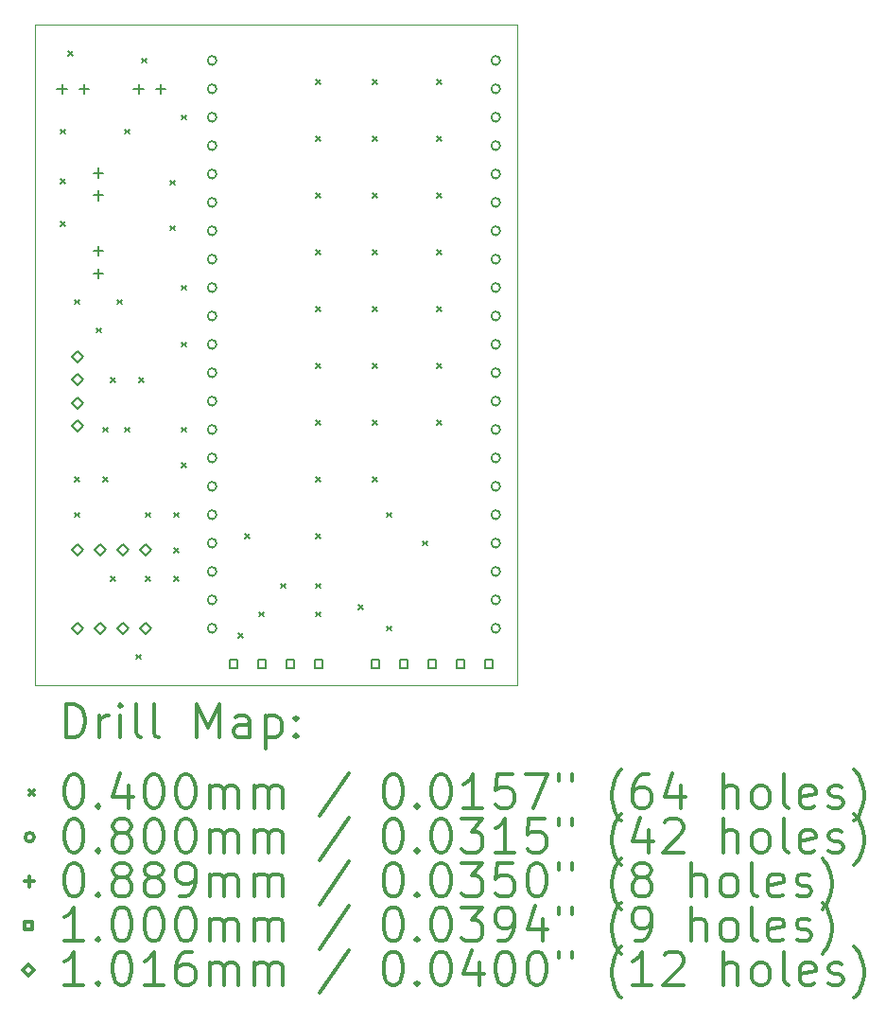
<source format=gbr>
%FSLAX45Y45*%
G04 Gerber Fmt 4.5, Leading zero omitted, Abs format (unit mm)*
G04 Created by KiCad (PCBNEW 5.1.10) date 2021-12-13 09:12:46*
%MOMM*%
%LPD*%
G01*
G04 APERTURE LIST*
%TA.AperFunction,Profile*%
%ADD10C,0.100000*%
%TD*%
%ADD11C,0.200000*%
%ADD12C,0.300000*%
G04 APERTURE END LIST*
D10*
X17208500Y-11303000D02*
X17208500Y-5397500D01*
X12890500Y-11303000D02*
X17208500Y-11303000D01*
X12890500Y-5397500D02*
X12890500Y-11303000D01*
X17208500Y-5397500D02*
X12890500Y-5397500D01*
D11*
X13124500Y-6330000D02*
X13164500Y-6370000D01*
X13164500Y-6330000D02*
X13124500Y-6370000D01*
X13124500Y-6774500D02*
X13164500Y-6814500D01*
X13164500Y-6774500D02*
X13124500Y-6814500D01*
X13124500Y-7155500D02*
X13164500Y-7195500D01*
X13164500Y-7155500D02*
X13124500Y-7195500D01*
X13188000Y-5631500D02*
X13228000Y-5671500D01*
X13228000Y-5631500D02*
X13188000Y-5671500D01*
X13251500Y-7854000D02*
X13291500Y-7894000D01*
X13291500Y-7854000D02*
X13251500Y-7894000D01*
X13251500Y-9441500D02*
X13291500Y-9481500D01*
X13291500Y-9441500D02*
X13251500Y-9481500D01*
X13251500Y-9759000D02*
X13291500Y-9799000D01*
X13291500Y-9759000D02*
X13251500Y-9799000D01*
X13442000Y-8108000D02*
X13482000Y-8148000D01*
X13482000Y-8108000D02*
X13442000Y-8148000D01*
X13505500Y-8997000D02*
X13545500Y-9037000D01*
X13545500Y-8997000D02*
X13505500Y-9037000D01*
X13505500Y-9441500D02*
X13545500Y-9481500D01*
X13545500Y-9441500D02*
X13505500Y-9481500D01*
X13569000Y-8552500D02*
X13609000Y-8592500D01*
X13609000Y-8552500D02*
X13569000Y-8592500D01*
X13569000Y-10330500D02*
X13609000Y-10370500D01*
X13609000Y-10330500D02*
X13569000Y-10370500D01*
X13632500Y-7854000D02*
X13672500Y-7894000D01*
X13672500Y-7854000D02*
X13632500Y-7894000D01*
X13696000Y-6330000D02*
X13736000Y-6370000D01*
X13736000Y-6330000D02*
X13696000Y-6370000D01*
X13696000Y-8997000D02*
X13736000Y-9037000D01*
X13736000Y-8997000D02*
X13696000Y-9037000D01*
X13797600Y-11029000D02*
X13837600Y-11069000D01*
X13837600Y-11029000D02*
X13797600Y-11069000D01*
X13823000Y-8552500D02*
X13863000Y-8592500D01*
X13863000Y-8552500D02*
X13823000Y-8592500D01*
X13848400Y-5695000D02*
X13888400Y-5735000D01*
X13888400Y-5695000D02*
X13848400Y-5735000D01*
X13886500Y-9759000D02*
X13926500Y-9799000D01*
X13926500Y-9759000D02*
X13886500Y-9799000D01*
X13886500Y-10330500D02*
X13926500Y-10370500D01*
X13926500Y-10330500D02*
X13886500Y-10370500D01*
X14102400Y-6787200D02*
X14142400Y-6827200D01*
X14142400Y-6787200D02*
X14102400Y-6827200D01*
X14102400Y-7193600D02*
X14142400Y-7233600D01*
X14142400Y-7193600D02*
X14102400Y-7233600D01*
X14140500Y-9759000D02*
X14180500Y-9799000D01*
X14180500Y-9759000D02*
X14140500Y-9799000D01*
X14140500Y-10076500D02*
X14180500Y-10116500D01*
X14180500Y-10076500D02*
X14140500Y-10116500D01*
X14140500Y-10330500D02*
X14180500Y-10370500D01*
X14180500Y-10330500D02*
X14140500Y-10370500D01*
X14204000Y-6203000D02*
X14244000Y-6243000D01*
X14244000Y-6203000D02*
X14204000Y-6243000D01*
X14204000Y-7727000D02*
X14244000Y-7767000D01*
X14244000Y-7727000D02*
X14204000Y-7767000D01*
X14204000Y-8235000D02*
X14244000Y-8275000D01*
X14244000Y-8235000D02*
X14204000Y-8275000D01*
X14204000Y-8997000D02*
X14244000Y-9037000D01*
X14244000Y-8997000D02*
X14204000Y-9037000D01*
X14204000Y-9314500D02*
X14244000Y-9354500D01*
X14244000Y-9314500D02*
X14204000Y-9354500D01*
X14712000Y-10838500D02*
X14752000Y-10878500D01*
X14752000Y-10838500D02*
X14712000Y-10878500D01*
X14775500Y-9949500D02*
X14815500Y-9989500D01*
X14815500Y-9949500D02*
X14775500Y-9989500D01*
X14902500Y-10648000D02*
X14942500Y-10688000D01*
X14942500Y-10648000D02*
X14902500Y-10688000D01*
X15093000Y-10394000D02*
X15133000Y-10434000D01*
X15133000Y-10394000D02*
X15093000Y-10434000D01*
X15410500Y-5885500D02*
X15450500Y-5925500D01*
X15450500Y-5885500D02*
X15410500Y-5925500D01*
X15410500Y-6393500D02*
X15450500Y-6433500D01*
X15450500Y-6393500D02*
X15410500Y-6433500D01*
X15410500Y-6901500D02*
X15450500Y-6941500D01*
X15450500Y-6901500D02*
X15410500Y-6941500D01*
X15410500Y-7409500D02*
X15450500Y-7449500D01*
X15450500Y-7409500D02*
X15410500Y-7449500D01*
X15410500Y-7917500D02*
X15450500Y-7957500D01*
X15450500Y-7917500D02*
X15410500Y-7957500D01*
X15410500Y-8425500D02*
X15450500Y-8465500D01*
X15450500Y-8425500D02*
X15410500Y-8465500D01*
X15410500Y-8933500D02*
X15450500Y-8973500D01*
X15450500Y-8933500D02*
X15410500Y-8973500D01*
X15410500Y-9441500D02*
X15450500Y-9481500D01*
X15450500Y-9441500D02*
X15410500Y-9481500D01*
X15410500Y-9949500D02*
X15450500Y-9989500D01*
X15450500Y-9949500D02*
X15410500Y-9989500D01*
X15410500Y-10394000D02*
X15450500Y-10434000D01*
X15450500Y-10394000D02*
X15410500Y-10434000D01*
X15410500Y-10648000D02*
X15450500Y-10688000D01*
X15450500Y-10648000D02*
X15410500Y-10688000D01*
X15791500Y-10584500D02*
X15831500Y-10624500D01*
X15831500Y-10584500D02*
X15791500Y-10624500D01*
X15918500Y-5885500D02*
X15958500Y-5925500D01*
X15958500Y-5885500D02*
X15918500Y-5925500D01*
X15918500Y-6393500D02*
X15958500Y-6433500D01*
X15958500Y-6393500D02*
X15918500Y-6433500D01*
X15918500Y-6901500D02*
X15958500Y-6941500D01*
X15958500Y-6901500D02*
X15918500Y-6941500D01*
X15918500Y-7409500D02*
X15958500Y-7449500D01*
X15958500Y-7409500D02*
X15918500Y-7449500D01*
X15918500Y-7917500D02*
X15958500Y-7957500D01*
X15958500Y-7917500D02*
X15918500Y-7957500D01*
X15918500Y-8425500D02*
X15958500Y-8465500D01*
X15958500Y-8425500D02*
X15918500Y-8465500D01*
X15918500Y-8933500D02*
X15958500Y-8973500D01*
X15958500Y-8933500D02*
X15918500Y-8973500D01*
X15918500Y-9441500D02*
X15958500Y-9481500D01*
X15958500Y-9441500D02*
X15918500Y-9481500D01*
X16045500Y-9759000D02*
X16085500Y-9799000D01*
X16085500Y-9759000D02*
X16045500Y-9799000D01*
X16045500Y-10775000D02*
X16085500Y-10815000D01*
X16085500Y-10775000D02*
X16045500Y-10815000D01*
X16363000Y-10013000D02*
X16403000Y-10053000D01*
X16403000Y-10013000D02*
X16363000Y-10053000D01*
X16490000Y-5885500D02*
X16530000Y-5925500D01*
X16530000Y-5885500D02*
X16490000Y-5925500D01*
X16490000Y-6393500D02*
X16530000Y-6433500D01*
X16530000Y-6393500D02*
X16490000Y-6433500D01*
X16490000Y-6901500D02*
X16530000Y-6941500D01*
X16530000Y-6901500D02*
X16490000Y-6941500D01*
X16490000Y-7409500D02*
X16530000Y-7449500D01*
X16530000Y-7409500D02*
X16490000Y-7449500D01*
X16490000Y-7917500D02*
X16530000Y-7957500D01*
X16530000Y-7917500D02*
X16490000Y-7957500D01*
X16490000Y-8425500D02*
X16530000Y-8465500D01*
X16530000Y-8425500D02*
X16490000Y-8465500D01*
X16490000Y-8933500D02*
X16530000Y-8973500D01*
X16530000Y-8933500D02*
X16490000Y-8973500D01*
X14518368Y-5715272D02*
G75*
G03*
X14518368Y-5715272I-40000J0D01*
G01*
X14518368Y-5969272D02*
G75*
G03*
X14518368Y-5969272I-40000J0D01*
G01*
X14518368Y-6223272D02*
G75*
G03*
X14518368Y-6223272I-40000J0D01*
G01*
X14518368Y-6477272D02*
G75*
G03*
X14518368Y-6477272I-40000J0D01*
G01*
X14518368Y-6731272D02*
G75*
G03*
X14518368Y-6731272I-40000J0D01*
G01*
X14518368Y-6985272D02*
G75*
G03*
X14518368Y-6985272I-40000J0D01*
G01*
X14518368Y-7239272D02*
G75*
G03*
X14518368Y-7239272I-40000J0D01*
G01*
X14518368Y-7493272D02*
G75*
G03*
X14518368Y-7493272I-40000J0D01*
G01*
X14518368Y-7747272D02*
G75*
G03*
X14518368Y-7747272I-40000J0D01*
G01*
X14518368Y-8001272D02*
G75*
G03*
X14518368Y-8001272I-40000J0D01*
G01*
X14518368Y-8255272D02*
G75*
G03*
X14518368Y-8255272I-40000J0D01*
G01*
X14518368Y-8509272D02*
G75*
G03*
X14518368Y-8509272I-40000J0D01*
G01*
X14518368Y-8763272D02*
G75*
G03*
X14518368Y-8763272I-40000J0D01*
G01*
X14518368Y-9017272D02*
G75*
G03*
X14518368Y-9017272I-40000J0D01*
G01*
X14518368Y-9271272D02*
G75*
G03*
X14518368Y-9271272I-40000J0D01*
G01*
X14518368Y-9525272D02*
G75*
G03*
X14518368Y-9525272I-40000J0D01*
G01*
X14518368Y-9779272D02*
G75*
G03*
X14518368Y-9779272I-40000J0D01*
G01*
X14518368Y-10033272D02*
G75*
G03*
X14518368Y-10033272I-40000J0D01*
G01*
X14518368Y-10287272D02*
G75*
G03*
X14518368Y-10287272I-40000J0D01*
G01*
X14518368Y-10541272D02*
G75*
G03*
X14518368Y-10541272I-40000J0D01*
G01*
X14518368Y-10795272D02*
G75*
G03*
X14518368Y-10795272I-40000J0D01*
G01*
X17058368Y-5715272D02*
G75*
G03*
X17058368Y-5715272I-40000J0D01*
G01*
X17058368Y-5969272D02*
G75*
G03*
X17058368Y-5969272I-40000J0D01*
G01*
X17058368Y-6223272D02*
G75*
G03*
X17058368Y-6223272I-40000J0D01*
G01*
X17058368Y-6477272D02*
G75*
G03*
X17058368Y-6477272I-40000J0D01*
G01*
X17058368Y-6731272D02*
G75*
G03*
X17058368Y-6731272I-40000J0D01*
G01*
X17058368Y-6985272D02*
G75*
G03*
X17058368Y-6985272I-40000J0D01*
G01*
X17058368Y-7239272D02*
G75*
G03*
X17058368Y-7239272I-40000J0D01*
G01*
X17058368Y-7493272D02*
G75*
G03*
X17058368Y-7493272I-40000J0D01*
G01*
X17058368Y-7747272D02*
G75*
G03*
X17058368Y-7747272I-40000J0D01*
G01*
X17058368Y-8001272D02*
G75*
G03*
X17058368Y-8001272I-40000J0D01*
G01*
X17058368Y-8255272D02*
G75*
G03*
X17058368Y-8255272I-40000J0D01*
G01*
X17058368Y-8509272D02*
G75*
G03*
X17058368Y-8509272I-40000J0D01*
G01*
X17058368Y-8763272D02*
G75*
G03*
X17058368Y-8763272I-40000J0D01*
G01*
X17058368Y-9017272D02*
G75*
G03*
X17058368Y-9017272I-40000J0D01*
G01*
X17058368Y-9271272D02*
G75*
G03*
X17058368Y-9271272I-40000J0D01*
G01*
X17058368Y-9525272D02*
G75*
G03*
X17058368Y-9525272I-40000J0D01*
G01*
X17058368Y-9779272D02*
G75*
G03*
X17058368Y-9779272I-40000J0D01*
G01*
X17058368Y-10033272D02*
G75*
G03*
X17058368Y-10033272I-40000J0D01*
G01*
X17058368Y-10287272D02*
G75*
G03*
X17058368Y-10287272I-40000J0D01*
G01*
X17058368Y-10541272D02*
G75*
G03*
X17058368Y-10541272I-40000J0D01*
G01*
X17058368Y-10795272D02*
G75*
G03*
X17058368Y-10795272I-40000J0D01*
G01*
X13135000Y-5924550D02*
X13135000Y-6013450D01*
X13090550Y-5969000D02*
X13179450Y-5969000D01*
X13335000Y-5924550D02*
X13335000Y-6013450D01*
X13290550Y-5969000D02*
X13379450Y-5969000D01*
X13462000Y-6677050D02*
X13462000Y-6765950D01*
X13417550Y-6721500D02*
X13506450Y-6721500D01*
X13462000Y-6877050D02*
X13462000Y-6965950D01*
X13417550Y-6921500D02*
X13506450Y-6921500D01*
X13462000Y-7375550D02*
X13462000Y-7464450D01*
X13417550Y-7420000D02*
X13506450Y-7420000D01*
X13462000Y-7575550D02*
X13462000Y-7664450D01*
X13417550Y-7620000D02*
X13506450Y-7620000D01*
X13820800Y-5924550D02*
X13820800Y-6013450D01*
X13776350Y-5969000D02*
X13865250Y-5969000D01*
X14020800Y-5924550D02*
X14020800Y-6013450D01*
X13976350Y-5969000D02*
X14065250Y-5969000D01*
X14703856Y-11147856D02*
X14703856Y-11077144D01*
X14633144Y-11077144D01*
X14633144Y-11147856D01*
X14703856Y-11147856D01*
X14957856Y-11147856D02*
X14957856Y-11077144D01*
X14887144Y-11077144D01*
X14887144Y-11147856D01*
X14957856Y-11147856D01*
X15211856Y-11147856D02*
X15211856Y-11077144D01*
X15141144Y-11077144D01*
X15141144Y-11147856D01*
X15211856Y-11147856D01*
X15465856Y-11147856D02*
X15465856Y-11077144D01*
X15395144Y-11077144D01*
X15395144Y-11147856D01*
X15465856Y-11147856D01*
X15973856Y-11147856D02*
X15973856Y-11077144D01*
X15903144Y-11077144D01*
X15903144Y-11147856D01*
X15973856Y-11147856D01*
X16227856Y-11147856D02*
X16227856Y-11077144D01*
X16157144Y-11077144D01*
X16157144Y-11147856D01*
X16227856Y-11147856D01*
X16481856Y-11147856D02*
X16481856Y-11077144D01*
X16411144Y-11077144D01*
X16411144Y-11147856D01*
X16481856Y-11147856D01*
X16735856Y-11147856D02*
X16735856Y-11077144D01*
X16665144Y-11077144D01*
X16665144Y-11147856D01*
X16735856Y-11147856D01*
X16989856Y-11147856D02*
X16989856Y-11077144D01*
X16919144Y-11077144D01*
X16919144Y-11147856D01*
X16989856Y-11147856D01*
X13271500Y-8418300D02*
X13322300Y-8367500D01*
X13271500Y-8316700D01*
X13220700Y-8367500D01*
X13271500Y-8418300D01*
X13271500Y-8623300D02*
X13322300Y-8572500D01*
X13271500Y-8521700D01*
X13220700Y-8572500D01*
X13271500Y-8623300D01*
X13271500Y-8828300D02*
X13322300Y-8777500D01*
X13271500Y-8726700D01*
X13220700Y-8777500D01*
X13271500Y-8828300D01*
X13271500Y-9033300D02*
X13322300Y-8982500D01*
X13271500Y-8931700D01*
X13220700Y-8982500D01*
X13271500Y-9033300D01*
X13271500Y-10147300D02*
X13322300Y-10096500D01*
X13271500Y-10045700D01*
X13220700Y-10096500D01*
X13271500Y-10147300D01*
X13271500Y-10845800D02*
X13322300Y-10795000D01*
X13271500Y-10744200D01*
X13220700Y-10795000D01*
X13271500Y-10845800D01*
X13476500Y-10147300D02*
X13527300Y-10096500D01*
X13476500Y-10045700D01*
X13425700Y-10096500D01*
X13476500Y-10147300D01*
X13476500Y-10845800D02*
X13527300Y-10795000D01*
X13476500Y-10744200D01*
X13425700Y-10795000D01*
X13476500Y-10845800D01*
X13681500Y-10147300D02*
X13732300Y-10096500D01*
X13681500Y-10045700D01*
X13630700Y-10096500D01*
X13681500Y-10147300D01*
X13681500Y-10845800D02*
X13732300Y-10795000D01*
X13681500Y-10744200D01*
X13630700Y-10795000D01*
X13681500Y-10845800D01*
X13886500Y-10147300D02*
X13937300Y-10096500D01*
X13886500Y-10045700D01*
X13835700Y-10096500D01*
X13886500Y-10147300D01*
X13886500Y-10845800D02*
X13937300Y-10795000D01*
X13886500Y-10744200D01*
X13835700Y-10795000D01*
X13886500Y-10845800D01*
D12*
X13171928Y-11773714D02*
X13171928Y-11473714D01*
X13243357Y-11473714D01*
X13286214Y-11488000D01*
X13314786Y-11516571D01*
X13329071Y-11545143D01*
X13343357Y-11602286D01*
X13343357Y-11645143D01*
X13329071Y-11702286D01*
X13314786Y-11730857D01*
X13286214Y-11759429D01*
X13243357Y-11773714D01*
X13171928Y-11773714D01*
X13471928Y-11773714D02*
X13471928Y-11573714D01*
X13471928Y-11630857D02*
X13486214Y-11602286D01*
X13500500Y-11588000D01*
X13529071Y-11573714D01*
X13557643Y-11573714D01*
X13657643Y-11773714D02*
X13657643Y-11573714D01*
X13657643Y-11473714D02*
X13643357Y-11488000D01*
X13657643Y-11502286D01*
X13671928Y-11488000D01*
X13657643Y-11473714D01*
X13657643Y-11502286D01*
X13843357Y-11773714D02*
X13814786Y-11759429D01*
X13800500Y-11730857D01*
X13800500Y-11473714D01*
X14000500Y-11773714D02*
X13971928Y-11759429D01*
X13957643Y-11730857D01*
X13957643Y-11473714D01*
X14343357Y-11773714D02*
X14343357Y-11473714D01*
X14443357Y-11688000D01*
X14543357Y-11473714D01*
X14543357Y-11773714D01*
X14814786Y-11773714D02*
X14814786Y-11616571D01*
X14800500Y-11588000D01*
X14771928Y-11573714D01*
X14714786Y-11573714D01*
X14686214Y-11588000D01*
X14814786Y-11759429D02*
X14786214Y-11773714D01*
X14714786Y-11773714D01*
X14686214Y-11759429D01*
X14671928Y-11730857D01*
X14671928Y-11702286D01*
X14686214Y-11673714D01*
X14714786Y-11659429D01*
X14786214Y-11659429D01*
X14814786Y-11645143D01*
X14957643Y-11573714D02*
X14957643Y-11873714D01*
X14957643Y-11588000D02*
X14986214Y-11573714D01*
X15043357Y-11573714D01*
X15071928Y-11588000D01*
X15086214Y-11602286D01*
X15100500Y-11630857D01*
X15100500Y-11716571D01*
X15086214Y-11745143D01*
X15071928Y-11759429D01*
X15043357Y-11773714D01*
X14986214Y-11773714D01*
X14957643Y-11759429D01*
X15229071Y-11745143D02*
X15243357Y-11759429D01*
X15229071Y-11773714D01*
X15214786Y-11759429D01*
X15229071Y-11745143D01*
X15229071Y-11773714D01*
X15229071Y-11588000D02*
X15243357Y-11602286D01*
X15229071Y-11616571D01*
X15214786Y-11602286D01*
X15229071Y-11588000D01*
X15229071Y-11616571D01*
X12845500Y-12248000D02*
X12885500Y-12288000D01*
X12885500Y-12248000D02*
X12845500Y-12288000D01*
X13229071Y-12103714D02*
X13257643Y-12103714D01*
X13286214Y-12118000D01*
X13300500Y-12132286D01*
X13314786Y-12160857D01*
X13329071Y-12218000D01*
X13329071Y-12289429D01*
X13314786Y-12346571D01*
X13300500Y-12375143D01*
X13286214Y-12389429D01*
X13257643Y-12403714D01*
X13229071Y-12403714D01*
X13200500Y-12389429D01*
X13186214Y-12375143D01*
X13171928Y-12346571D01*
X13157643Y-12289429D01*
X13157643Y-12218000D01*
X13171928Y-12160857D01*
X13186214Y-12132286D01*
X13200500Y-12118000D01*
X13229071Y-12103714D01*
X13457643Y-12375143D02*
X13471928Y-12389429D01*
X13457643Y-12403714D01*
X13443357Y-12389429D01*
X13457643Y-12375143D01*
X13457643Y-12403714D01*
X13729071Y-12203714D02*
X13729071Y-12403714D01*
X13657643Y-12089429D02*
X13586214Y-12303714D01*
X13771928Y-12303714D01*
X13943357Y-12103714D02*
X13971928Y-12103714D01*
X14000500Y-12118000D01*
X14014786Y-12132286D01*
X14029071Y-12160857D01*
X14043357Y-12218000D01*
X14043357Y-12289429D01*
X14029071Y-12346571D01*
X14014786Y-12375143D01*
X14000500Y-12389429D01*
X13971928Y-12403714D01*
X13943357Y-12403714D01*
X13914786Y-12389429D01*
X13900500Y-12375143D01*
X13886214Y-12346571D01*
X13871928Y-12289429D01*
X13871928Y-12218000D01*
X13886214Y-12160857D01*
X13900500Y-12132286D01*
X13914786Y-12118000D01*
X13943357Y-12103714D01*
X14229071Y-12103714D02*
X14257643Y-12103714D01*
X14286214Y-12118000D01*
X14300500Y-12132286D01*
X14314786Y-12160857D01*
X14329071Y-12218000D01*
X14329071Y-12289429D01*
X14314786Y-12346571D01*
X14300500Y-12375143D01*
X14286214Y-12389429D01*
X14257643Y-12403714D01*
X14229071Y-12403714D01*
X14200500Y-12389429D01*
X14186214Y-12375143D01*
X14171928Y-12346571D01*
X14157643Y-12289429D01*
X14157643Y-12218000D01*
X14171928Y-12160857D01*
X14186214Y-12132286D01*
X14200500Y-12118000D01*
X14229071Y-12103714D01*
X14457643Y-12403714D02*
X14457643Y-12203714D01*
X14457643Y-12232286D02*
X14471928Y-12218000D01*
X14500500Y-12203714D01*
X14543357Y-12203714D01*
X14571928Y-12218000D01*
X14586214Y-12246571D01*
X14586214Y-12403714D01*
X14586214Y-12246571D02*
X14600500Y-12218000D01*
X14629071Y-12203714D01*
X14671928Y-12203714D01*
X14700500Y-12218000D01*
X14714786Y-12246571D01*
X14714786Y-12403714D01*
X14857643Y-12403714D02*
X14857643Y-12203714D01*
X14857643Y-12232286D02*
X14871928Y-12218000D01*
X14900500Y-12203714D01*
X14943357Y-12203714D01*
X14971928Y-12218000D01*
X14986214Y-12246571D01*
X14986214Y-12403714D01*
X14986214Y-12246571D02*
X15000500Y-12218000D01*
X15029071Y-12203714D01*
X15071928Y-12203714D01*
X15100500Y-12218000D01*
X15114786Y-12246571D01*
X15114786Y-12403714D01*
X15700500Y-12089429D02*
X15443357Y-12475143D01*
X16086214Y-12103714D02*
X16114786Y-12103714D01*
X16143357Y-12118000D01*
X16157643Y-12132286D01*
X16171928Y-12160857D01*
X16186214Y-12218000D01*
X16186214Y-12289429D01*
X16171928Y-12346571D01*
X16157643Y-12375143D01*
X16143357Y-12389429D01*
X16114786Y-12403714D01*
X16086214Y-12403714D01*
X16057643Y-12389429D01*
X16043357Y-12375143D01*
X16029071Y-12346571D01*
X16014786Y-12289429D01*
X16014786Y-12218000D01*
X16029071Y-12160857D01*
X16043357Y-12132286D01*
X16057643Y-12118000D01*
X16086214Y-12103714D01*
X16314786Y-12375143D02*
X16329071Y-12389429D01*
X16314786Y-12403714D01*
X16300500Y-12389429D01*
X16314786Y-12375143D01*
X16314786Y-12403714D01*
X16514786Y-12103714D02*
X16543357Y-12103714D01*
X16571928Y-12118000D01*
X16586214Y-12132286D01*
X16600500Y-12160857D01*
X16614786Y-12218000D01*
X16614786Y-12289429D01*
X16600500Y-12346571D01*
X16586214Y-12375143D01*
X16571928Y-12389429D01*
X16543357Y-12403714D01*
X16514786Y-12403714D01*
X16486214Y-12389429D01*
X16471928Y-12375143D01*
X16457643Y-12346571D01*
X16443357Y-12289429D01*
X16443357Y-12218000D01*
X16457643Y-12160857D01*
X16471928Y-12132286D01*
X16486214Y-12118000D01*
X16514786Y-12103714D01*
X16900500Y-12403714D02*
X16729071Y-12403714D01*
X16814786Y-12403714D02*
X16814786Y-12103714D01*
X16786214Y-12146571D01*
X16757643Y-12175143D01*
X16729071Y-12189429D01*
X17171928Y-12103714D02*
X17029071Y-12103714D01*
X17014786Y-12246571D01*
X17029071Y-12232286D01*
X17057643Y-12218000D01*
X17129071Y-12218000D01*
X17157643Y-12232286D01*
X17171928Y-12246571D01*
X17186214Y-12275143D01*
X17186214Y-12346571D01*
X17171928Y-12375143D01*
X17157643Y-12389429D01*
X17129071Y-12403714D01*
X17057643Y-12403714D01*
X17029071Y-12389429D01*
X17014786Y-12375143D01*
X17286214Y-12103714D02*
X17486214Y-12103714D01*
X17357643Y-12403714D01*
X17586214Y-12103714D02*
X17586214Y-12160857D01*
X17700500Y-12103714D02*
X17700500Y-12160857D01*
X18143357Y-12518000D02*
X18129071Y-12503714D01*
X18100500Y-12460857D01*
X18086214Y-12432286D01*
X18071928Y-12389429D01*
X18057643Y-12318000D01*
X18057643Y-12260857D01*
X18071928Y-12189429D01*
X18086214Y-12146571D01*
X18100500Y-12118000D01*
X18129071Y-12075143D01*
X18143357Y-12060857D01*
X18386214Y-12103714D02*
X18329071Y-12103714D01*
X18300500Y-12118000D01*
X18286214Y-12132286D01*
X18257643Y-12175143D01*
X18243357Y-12232286D01*
X18243357Y-12346571D01*
X18257643Y-12375143D01*
X18271928Y-12389429D01*
X18300500Y-12403714D01*
X18357643Y-12403714D01*
X18386214Y-12389429D01*
X18400500Y-12375143D01*
X18414786Y-12346571D01*
X18414786Y-12275143D01*
X18400500Y-12246571D01*
X18386214Y-12232286D01*
X18357643Y-12218000D01*
X18300500Y-12218000D01*
X18271928Y-12232286D01*
X18257643Y-12246571D01*
X18243357Y-12275143D01*
X18671928Y-12203714D02*
X18671928Y-12403714D01*
X18600500Y-12089429D02*
X18529071Y-12303714D01*
X18714786Y-12303714D01*
X19057643Y-12403714D02*
X19057643Y-12103714D01*
X19186214Y-12403714D02*
X19186214Y-12246571D01*
X19171928Y-12218000D01*
X19143357Y-12203714D01*
X19100500Y-12203714D01*
X19071928Y-12218000D01*
X19057643Y-12232286D01*
X19371928Y-12403714D02*
X19343357Y-12389429D01*
X19329071Y-12375143D01*
X19314786Y-12346571D01*
X19314786Y-12260857D01*
X19329071Y-12232286D01*
X19343357Y-12218000D01*
X19371928Y-12203714D01*
X19414786Y-12203714D01*
X19443357Y-12218000D01*
X19457643Y-12232286D01*
X19471928Y-12260857D01*
X19471928Y-12346571D01*
X19457643Y-12375143D01*
X19443357Y-12389429D01*
X19414786Y-12403714D01*
X19371928Y-12403714D01*
X19643357Y-12403714D02*
X19614786Y-12389429D01*
X19600500Y-12360857D01*
X19600500Y-12103714D01*
X19871928Y-12389429D02*
X19843357Y-12403714D01*
X19786214Y-12403714D01*
X19757643Y-12389429D01*
X19743357Y-12360857D01*
X19743357Y-12246571D01*
X19757643Y-12218000D01*
X19786214Y-12203714D01*
X19843357Y-12203714D01*
X19871928Y-12218000D01*
X19886214Y-12246571D01*
X19886214Y-12275143D01*
X19743357Y-12303714D01*
X20000500Y-12389429D02*
X20029071Y-12403714D01*
X20086214Y-12403714D01*
X20114786Y-12389429D01*
X20129071Y-12360857D01*
X20129071Y-12346571D01*
X20114786Y-12318000D01*
X20086214Y-12303714D01*
X20043357Y-12303714D01*
X20014786Y-12289429D01*
X20000500Y-12260857D01*
X20000500Y-12246571D01*
X20014786Y-12218000D01*
X20043357Y-12203714D01*
X20086214Y-12203714D01*
X20114786Y-12218000D01*
X20229071Y-12518000D02*
X20243357Y-12503714D01*
X20271928Y-12460857D01*
X20286214Y-12432286D01*
X20300500Y-12389429D01*
X20314786Y-12318000D01*
X20314786Y-12260857D01*
X20300500Y-12189429D01*
X20286214Y-12146571D01*
X20271928Y-12118000D01*
X20243357Y-12075143D01*
X20229071Y-12060857D01*
X12885500Y-12664000D02*
G75*
G03*
X12885500Y-12664000I-40000J0D01*
G01*
X13229071Y-12499714D02*
X13257643Y-12499714D01*
X13286214Y-12514000D01*
X13300500Y-12528286D01*
X13314786Y-12556857D01*
X13329071Y-12614000D01*
X13329071Y-12685429D01*
X13314786Y-12742571D01*
X13300500Y-12771143D01*
X13286214Y-12785429D01*
X13257643Y-12799714D01*
X13229071Y-12799714D01*
X13200500Y-12785429D01*
X13186214Y-12771143D01*
X13171928Y-12742571D01*
X13157643Y-12685429D01*
X13157643Y-12614000D01*
X13171928Y-12556857D01*
X13186214Y-12528286D01*
X13200500Y-12514000D01*
X13229071Y-12499714D01*
X13457643Y-12771143D02*
X13471928Y-12785429D01*
X13457643Y-12799714D01*
X13443357Y-12785429D01*
X13457643Y-12771143D01*
X13457643Y-12799714D01*
X13643357Y-12628286D02*
X13614786Y-12614000D01*
X13600500Y-12599714D01*
X13586214Y-12571143D01*
X13586214Y-12556857D01*
X13600500Y-12528286D01*
X13614786Y-12514000D01*
X13643357Y-12499714D01*
X13700500Y-12499714D01*
X13729071Y-12514000D01*
X13743357Y-12528286D01*
X13757643Y-12556857D01*
X13757643Y-12571143D01*
X13743357Y-12599714D01*
X13729071Y-12614000D01*
X13700500Y-12628286D01*
X13643357Y-12628286D01*
X13614786Y-12642571D01*
X13600500Y-12656857D01*
X13586214Y-12685429D01*
X13586214Y-12742571D01*
X13600500Y-12771143D01*
X13614786Y-12785429D01*
X13643357Y-12799714D01*
X13700500Y-12799714D01*
X13729071Y-12785429D01*
X13743357Y-12771143D01*
X13757643Y-12742571D01*
X13757643Y-12685429D01*
X13743357Y-12656857D01*
X13729071Y-12642571D01*
X13700500Y-12628286D01*
X13943357Y-12499714D02*
X13971928Y-12499714D01*
X14000500Y-12514000D01*
X14014786Y-12528286D01*
X14029071Y-12556857D01*
X14043357Y-12614000D01*
X14043357Y-12685429D01*
X14029071Y-12742571D01*
X14014786Y-12771143D01*
X14000500Y-12785429D01*
X13971928Y-12799714D01*
X13943357Y-12799714D01*
X13914786Y-12785429D01*
X13900500Y-12771143D01*
X13886214Y-12742571D01*
X13871928Y-12685429D01*
X13871928Y-12614000D01*
X13886214Y-12556857D01*
X13900500Y-12528286D01*
X13914786Y-12514000D01*
X13943357Y-12499714D01*
X14229071Y-12499714D02*
X14257643Y-12499714D01*
X14286214Y-12514000D01*
X14300500Y-12528286D01*
X14314786Y-12556857D01*
X14329071Y-12614000D01*
X14329071Y-12685429D01*
X14314786Y-12742571D01*
X14300500Y-12771143D01*
X14286214Y-12785429D01*
X14257643Y-12799714D01*
X14229071Y-12799714D01*
X14200500Y-12785429D01*
X14186214Y-12771143D01*
X14171928Y-12742571D01*
X14157643Y-12685429D01*
X14157643Y-12614000D01*
X14171928Y-12556857D01*
X14186214Y-12528286D01*
X14200500Y-12514000D01*
X14229071Y-12499714D01*
X14457643Y-12799714D02*
X14457643Y-12599714D01*
X14457643Y-12628286D02*
X14471928Y-12614000D01*
X14500500Y-12599714D01*
X14543357Y-12599714D01*
X14571928Y-12614000D01*
X14586214Y-12642571D01*
X14586214Y-12799714D01*
X14586214Y-12642571D02*
X14600500Y-12614000D01*
X14629071Y-12599714D01*
X14671928Y-12599714D01*
X14700500Y-12614000D01*
X14714786Y-12642571D01*
X14714786Y-12799714D01*
X14857643Y-12799714D02*
X14857643Y-12599714D01*
X14857643Y-12628286D02*
X14871928Y-12614000D01*
X14900500Y-12599714D01*
X14943357Y-12599714D01*
X14971928Y-12614000D01*
X14986214Y-12642571D01*
X14986214Y-12799714D01*
X14986214Y-12642571D02*
X15000500Y-12614000D01*
X15029071Y-12599714D01*
X15071928Y-12599714D01*
X15100500Y-12614000D01*
X15114786Y-12642571D01*
X15114786Y-12799714D01*
X15700500Y-12485429D02*
X15443357Y-12871143D01*
X16086214Y-12499714D02*
X16114786Y-12499714D01*
X16143357Y-12514000D01*
X16157643Y-12528286D01*
X16171928Y-12556857D01*
X16186214Y-12614000D01*
X16186214Y-12685429D01*
X16171928Y-12742571D01*
X16157643Y-12771143D01*
X16143357Y-12785429D01*
X16114786Y-12799714D01*
X16086214Y-12799714D01*
X16057643Y-12785429D01*
X16043357Y-12771143D01*
X16029071Y-12742571D01*
X16014786Y-12685429D01*
X16014786Y-12614000D01*
X16029071Y-12556857D01*
X16043357Y-12528286D01*
X16057643Y-12514000D01*
X16086214Y-12499714D01*
X16314786Y-12771143D02*
X16329071Y-12785429D01*
X16314786Y-12799714D01*
X16300500Y-12785429D01*
X16314786Y-12771143D01*
X16314786Y-12799714D01*
X16514786Y-12499714D02*
X16543357Y-12499714D01*
X16571928Y-12514000D01*
X16586214Y-12528286D01*
X16600500Y-12556857D01*
X16614786Y-12614000D01*
X16614786Y-12685429D01*
X16600500Y-12742571D01*
X16586214Y-12771143D01*
X16571928Y-12785429D01*
X16543357Y-12799714D01*
X16514786Y-12799714D01*
X16486214Y-12785429D01*
X16471928Y-12771143D01*
X16457643Y-12742571D01*
X16443357Y-12685429D01*
X16443357Y-12614000D01*
X16457643Y-12556857D01*
X16471928Y-12528286D01*
X16486214Y-12514000D01*
X16514786Y-12499714D01*
X16714786Y-12499714D02*
X16900500Y-12499714D01*
X16800500Y-12614000D01*
X16843357Y-12614000D01*
X16871928Y-12628286D01*
X16886214Y-12642571D01*
X16900500Y-12671143D01*
X16900500Y-12742571D01*
X16886214Y-12771143D01*
X16871928Y-12785429D01*
X16843357Y-12799714D01*
X16757643Y-12799714D01*
X16729071Y-12785429D01*
X16714786Y-12771143D01*
X17186214Y-12799714D02*
X17014786Y-12799714D01*
X17100500Y-12799714D02*
X17100500Y-12499714D01*
X17071928Y-12542571D01*
X17043357Y-12571143D01*
X17014786Y-12585429D01*
X17457643Y-12499714D02*
X17314786Y-12499714D01*
X17300500Y-12642571D01*
X17314786Y-12628286D01*
X17343357Y-12614000D01*
X17414786Y-12614000D01*
X17443357Y-12628286D01*
X17457643Y-12642571D01*
X17471928Y-12671143D01*
X17471928Y-12742571D01*
X17457643Y-12771143D01*
X17443357Y-12785429D01*
X17414786Y-12799714D01*
X17343357Y-12799714D01*
X17314786Y-12785429D01*
X17300500Y-12771143D01*
X17586214Y-12499714D02*
X17586214Y-12556857D01*
X17700500Y-12499714D02*
X17700500Y-12556857D01*
X18143357Y-12914000D02*
X18129071Y-12899714D01*
X18100500Y-12856857D01*
X18086214Y-12828286D01*
X18071928Y-12785429D01*
X18057643Y-12714000D01*
X18057643Y-12656857D01*
X18071928Y-12585429D01*
X18086214Y-12542571D01*
X18100500Y-12514000D01*
X18129071Y-12471143D01*
X18143357Y-12456857D01*
X18386214Y-12599714D02*
X18386214Y-12799714D01*
X18314786Y-12485429D02*
X18243357Y-12699714D01*
X18429071Y-12699714D01*
X18529071Y-12528286D02*
X18543357Y-12514000D01*
X18571928Y-12499714D01*
X18643357Y-12499714D01*
X18671928Y-12514000D01*
X18686214Y-12528286D01*
X18700500Y-12556857D01*
X18700500Y-12585429D01*
X18686214Y-12628286D01*
X18514786Y-12799714D01*
X18700500Y-12799714D01*
X19057643Y-12799714D02*
X19057643Y-12499714D01*
X19186214Y-12799714D02*
X19186214Y-12642571D01*
X19171928Y-12614000D01*
X19143357Y-12599714D01*
X19100500Y-12599714D01*
X19071928Y-12614000D01*
X19057643Y-12628286D01*
X19371928Y-12799714D02*
X19343357Y-12785429D01*
X19329071Y-12771143D01*
X19314786Y-12742571D01*
X19314786Y-12656857D01*
X19329071Y-12628286D01*
X19343357Y-12614000D01*
X19371928Y-12599714D01*
X19414786Y-12599714D01*
X19443357Y-12614000D01*
X19457643Y-12628286D01*
X19471928Y-12656857D01*
X19471928Y-12742571D01*
X19457643Y-12771143D01*
X19443357Y-12785429D01*
X19414786Y-12799714D01*
X19371928Y-12799714D01*
X19643357Y-12799714D02*
X19614786Y-12785429D01*
X19600500Y-12756857D01*
X19600500Y-12499714D01*
X19871928Y-12785429D02*
X19843357Y-12799714D01*
X19786214Y-12799714D01*
X19757643Y-12785429D01*
X19743357Y-12756857D01*
X19743357Y-12642571D01*
X19757643Y-12614000D01*
X19786214Y-12599714D01*
X19843357Y-12599714D01*
X19871928Y-12614000D01*
X19886214Y-12642571D01*
X19886214Y-12671143D01*
X19743357Y-12699714D01*
X20000500Y-12785429D02*
X20029071Y-12799714D01*
X20086214Y-12799714D01*
X20114786Y-12785429D01*
X20129071Y-12756857D01*
X20129071Y-12742571D01*
X20114786Y-12714000D01*
X20086214Y-12699714D01*
X20043357Y-12699714D01*
X20014786Y-12685429D01*
X20000500Y-12656857D01*
X20000500Y-12642571D01*
X20014786Y-12614000D01*
X20043357Y-12599714D01*
X20086214Y-12599714D01*
X20114786Y-12614000D01*
X20229071Y-12914000D02*
X20243357Y-12899714D01*
X20271928Y-12856857D01*
X20286214Y-12828286D01*
X20300500Y-12785429D01*
X20314786Y-12714000D01*
X20314786Y-12656857D01*
X20300500Y-12585429D01*
X20286214Y-12542571D01*
X20271928Y-12514000D01*
X20243357Y-12471143D01*
X20229071Y-12456857D01*
X12841050Y-13015550D02*
X12841050Y-13104450D01*
X12796600Y-13060000D02*
X12885500Y-13060000D01*
X13229071Y-12895714D02*
X13257643Y-12895714D01*
X13286214Y-12910000D01*
X13300500Y-12924286D01*
X13314786Y-12952857D01*
X13329071Y-13010000D01*
X13329071Y-13081429D01*
X13314786Y-13138571D01*
X13300500Y-13167143D01*
X13286214Y-13181429D01*
X13257643Y-13195714D01*
X13229071Y-13195714D01*
X13200500Y-13181429D01*
X13186214Y-13167143D01*
X13171928Y-13138571D01*
X13157643Y-13081429D01*
X13157643Y-13010000D01*
X13171928Y-12952857D01*
X13186214Y-12924286D01*
X13200500Y-12910000D01*
X13229071Y-12895714D01*
X13457643Y-13167143D02*
X13471928Y-13181429D01*
X13457643Y-13195714D01*
X13443357Y-13181429D01*
X13457643Y-13167143D01*
X13457643Y-13195714D01*
X13643357Y-13024286D02*
X13614786Y-13010000D01*
X13600500Y-12995714D01*
X13586214Y-12967143D01*
X13586214Y-12952857D01*
X13600500Y-12924286D01*
X13614786Y-12910000D01*
X13643357Y-12895714D01*
X13700500Y-12895714D01*
X13729071Y-12910000D01*
X13743357Y-12924286D01*
X13757643Y-12952857D01*
X13757643Y-12967143D01*
X13743357Y-12995714D01*
X13729071Y-13010000D01*
X13700500Y-13024286D01*
X13643357Y-13024286D01*
X13614786Y-13038571D01*
X13600500Y-13052857D01*
X13586214Y-13081429D01*
X13586214Y-13138571D01*
X13600500Y-13167143D01*
X13614786Y-13181429D01*
X13643357Y-13195714D01*
X13700500Y-13195714D01*
X13729071Y-13181429D01*
X13743357Y-13167143D01*
X13757643Y-13138571D01*
X13757643Y-13081429D01*
X13743357Y-13052857D01*
X13729071Y-13038571D01*
X13700500Y-13024286D01*
X13929071Y-13024286D02*
X13900500Y-13010000D01*
X13886214Y-12995714D01*
X13871928Y-12967143D01*
X13871928Y-12952857D01*
X13886214Y-12924286D01*
X13900500Y-12910000D01*
X13929071Y-12895714D01*
X13986214Y-12895714D01*
X14014786Y-12910000D01*
X14029071Y-12924286D01*
X14043357Y-12952857D01*
X14043357Y-12967143D01*
X14029071Y-12995714D01*
X14014786Y-13010000D01*
X13986214Y-13024286D01*
X13929071Y-13024286D01*
X13900500Y-13038571D01*
X13886214Y-13052857D01*
X13871928Y-13081429D01*
X13871928Y-13138571D01*
X13886214Y-13167143D01*
X13900500Y-13181429D01*
X13929071Y-13195714D01*
X13986214Y-13195714D01*
X14014786Y-13181429D01*
X14029071Y-13167143D01*
X14043357Y-13138571D01*
X14043357Y-13081429D01*
X14029071Y-13052857D01*
X14014786Y-13038571D01*
X13986214Y-13024286D01*
X14186214Y-13195714D02*
X14243357Y-13195714D01*
X14271928Y-13181429D01*
X14286214Y-13167143D01*
X14314786Y-13124286D01*
X14329071Y-13067143D01*
X14329071Y-12952857D01*
X14314786Y-12924286D01*
X14300500Y-12910000D01*
X14271928Y-12895714D01*
X14214786Y-12895714D01*
X14186214Y-12910000D01*
X14171928Y-12924286D01*
X14157643Y-12952857D01*
X14157643Y-13024286D01*
X14171928Y-13052857D01*
X14186214Y-13067143D01*
X14214786Y-13081429D01*
X14271928Y-13081429D01*
X14300500Y-13067143D01*
X14314786Y-13052857D01*
X14329071Y-13024286D01*
X14457643Y-13195714D02*
X14457643Y-12995714D01*
X14457643Y-13024286D02*
X14471928Y-13010000D01*
X14500500Y-12995714D01*
X14543357Y-12995714D01*
X14571928Y-13010000D01*
X14586214Y-13038571D01*
X14586214Y-13195714D01*
X14586214Y-13038571D02*
X14600500Y-13010000D01*
X14629071Y-12995714D01*
X14671928Y-12995714D01*
X14700500Y-13010000D01*
X14714786Y-13038571D01*
X14714786Y-13195714D01*
X14857643Y-13195714D02*
X14857643Y-12995714D01*
X14857643Y-13024286D02*
X14871928Y-13010000D01*
X14900500Y-12995714D01*
X14943357Y-12995714D01*
X14971928Y-13010000D01*
X14986214Y-13038571D01*
X14986214Y-13195714D01*
X14986214Y-13038571D02*
X15000500Y-13010000D01*
X15029071Y-12995714D01*
X15071928Y-12995714D01*
X15100500Y-13010000D01*
X15114786Y-13038571D01*
X15114786Y-13195714D01*
X15700500Y-12881429D02*
X15443357Y-13267143D01*
X16086214Y-12895714D02*
X16114786Y-12895714D01*
X16143357Y-12910000D01*
X16157643Y-12924286D01*
X16171928Y-12952857D01*
X16186214Y-13010000D01*
X16186214Y-13081429D01*
X16171928Y-13138571D01*
X16157643Y-13167143D01*
X16143357Y-13181429D01*
X16114786Y-13195714D01*
X16086214Y-13195714D01*
X16057643Y-13181429D01*
X16043357Y-13167143D01*
X16029071Y-13138571D01*
X16014786Y-13081429D01*
X16014786Y-13010000D01*
X16029071Y-12952857D01*
X16043357Y-12924286D01*
X16057643Y-12910000D01*
X16086214Y-12895714D01*
X16314786Y-13167143D02*
X16329071Y-13181429D01*
X16314786Y-13195714D01*
X16300500Y-13181429D01*
X16314786Y-13167143D01*
X16314786Y-13195714D01*
X16514786Y-12895714D02*
X16543357Y-12895714D01*
X16571928Y-12910000D01*
X16586214Y-12924286D01*
X16600500Y-12952857D01*
X16614786Y-13010000D01*
X16614786Y-13081429D01*
X16600500Y-13138571D01*
X16586214Y-13167143D01*
X16571928Y-13181429D01*
X16543357Y-13195714D01*
X16514786Y-13195714D01*
X16486214Y-13181429D01*
X16471928Y-13167143D01*
X16457643Y-13138571D01*
X16443357Y-13081429D01*
X16443357Y-13010000D01*
X16457643Y-12952857D01*
X16471928Y-12924286D01*
X16486214Y-12910000D01*
X16514786Y-12895714D01*
X16714786Y-12895714D02*
X16900500Y-12895714D01*
X16800500Y-13010000D01*
X16843357Y-13010000D01*
X16871928Y-13024286D01*
X16886214Y-13038571D01*
X16900500Y-13067143D01*
X16900500Y-13138571D01*
X16886214Y-13167143D01*
X16871928Y-13181429D01*
X16843357Y-13195714D01*
X16757643Y-13195714D01*
X16729071Y-13181429D01*
X16714786Y-13167143D01*
X17171928Y-12895714D02*
X17029071Y-12895714D01*
X17014786Y-13038571D01*
X17029071Y-13024286D01*
X17057643Y-13010000D01*
X17129071Y-13010000D01*
X17157643Y-13024286D01*
X17171928Y-13038571D01*
X17186214Y-13067143D01*
X17186214Y-13138571D01*
X17171928Y-13167143D01*
X17157643Y-13181429D01*
X17129071Y-13195714D01*
X17057643Y-13195714D01*
X17029071Y-13181429D01*
X17014786Y-13167143D01*
X17371928Y-12895714D02*
X17400500Y-12895714D01*
X17429071Y-12910000D01*
X17443357Y-12924286D01*
X17457643Y-12952857D01*
X17471928Y-13010000D01*
X17471928Y-13081429D01*
X17457643Y-13138571D01*
X17443357Y-13167143D01*
X17429071Y-13181429D01*
X17400500Y-13195714D01*
X17371928Y-13195714D01*
X17343357Y-13181429D01*
X17329071Y-13167143D01*
X17314786Y-13138571D01*
X17300500Y-13081429D01*
X17300500Y-13010000D01*
X17314786Y-12952857D01*
X17329071Y-12924286D01*
X17343357Y-12910000D01*
X17371928Y-12895714D01*
X17586214Y-12895714D02*
X17586214Y-12952857D01*
X17700500Y-12895714D02*
X17700500Y-12952857D01*
X18143357Y-13310000D02*
X18129071Y-13295714D01*
X18100500Y-13252857D01*
X18086214Y-13224286D01*
X18071928Y-13181429D01*
X18057643Y-13110000D01*
X18057643Y-13052857D01*
X18071928Y-12981429D01*
X18086214Y-12938571D01*
X18100500Y-12910000D01*
X18129071Y-12867143D01*
X18143357Y-12852857D01*
X18300500Y-13024286D02*
X18271928Y-13010000D01*
X18257643Y-12995714D01*
X18243357Y-12967143D01*
X18243357Y-12952857D01*
X18257643Y-12924286D01*
X18271928Y-12910000D01*
X18300500Y-12895714D01*
X18357643Y-12895714D01*
X18386214Y-12910000D01*
X18400500Y-12924286D01*
X18414786Y-12952857D01*
X18414786Y-12967143D01*
X18400500Y-12995714D01*
X18386214Y-13010000D01*
X18357643Y-13024286D01*
X18300500Y-13024286D01*
X18271928Y-13038571D01*
X18257643Y-13052857D01*
X18243357Y-13081429D01*
X18243357Y-13138571D01*
X18257643Y-13167143D01*
X18271928Y-13181429D01*
X18300500Y-13195714D01*
X18357643Y-13195714D01*
X18386214Y-13181429D01*
X18400500Y-13167143D01*
X18414786Y-13138571D01*
X18414786Y-13081429D01*
X18400500Y-13052857D01*
X18386214Y-13038571D01*
X18357643Y-13024286D01*
X18771928Y-13195714D02*
X18771928Y-12895714D01*
X18900500Y-13195714D02*
X18900500Y-13038571D01*
X18886214Y-13010000D01*
X18857643Y-12995714D01*
X18814786Y-12995714D01*
X18786214Y-13010000D01*
X18771928Y-13024286D01*
X19086214Y-13195714D02*
X19057643Y-13181429D01*
X19043357Y-13167143D01*
X19029071Y-13138571D01*
X19029071Y-13052857D01*
X19043357Y-13024286D01*
X19057643Y-13010000D01*
X19086214Y-12995714D01*
X19129071Y-12995714D01*
X19157643Y-13010000D01*
X19171928Y-13024286D01*
X19186214Y-13052857D01*
X19186214Y-13138571D01*
X19171928Y-13167143D01*
X19157643Y-13181429D01*
X19129071Y-13195714D01*
X19086214Y-13195714D01*
X19357643Y-13195714D02*
X19329071Y-13181429D01*
X19314786Y-13152857D01*
X19314786Y-12895714D01*
X19586214Y-13181429D02*
X19557643Y-13195714D01*
X19500500Y-13195714D01*
X19471928Y-13181429D01*
X19457643Y-13152857D01*
X19457643Y-13038571D01*
X19471928Y-13010000D01*
X19500500Y-12995714D01*
X19557643Y-12995714D01*
X19586214Y-13010000D01*
X19600500Y-13038571D01*
X19600500Y-13067143D01*
X19457643Y-13095714D01*
X19714786Y-13181429D02*
X19743357Y-13195714D01*
X19800500Y-13195714D01*
X19829071Y-13181429D01*
X19843357Y-13152857D01*
X19843357Y-13138571D01*
X19829071Y-13110000D01*
X19800500Y-13095714D01*
X19757643Y-13095714D01*
X19729071Y-13081429D01*
X19714786Y-13052857D01*
X19714786Y-13038571D01*
X19729071Y-13010000D01*
X19757643Y-12995714D01*
X19800500Y-12995714D01*
X19829071Y-13010000D01*
X19943357Y-13310000D02*
X19957643Y-13295714D01*
X19986214Y-13252857D01*
X20000500Y-13224286D01*
X20014786Y-13181429D01*
X20029071Y-13110000D01*
X20029071Y-13052857D01*
X20014786Y-12981429D01*
X20000500Y-12938571D01*
X19986214Y-12910000D01*
X19957643Y-12867143D01*
X19943357Y-12852857D01*
X12870856Y-13491356D02*
X12870856Y-13420644D01*
X12800144Y-13420644D01*
X12800144Y-13491356D01*
X12870856Y-13491356D01*
X13329071Y-13591714D02*
X13157643Y-13591714D01*
X13243357Y-13591714D02*
X13243357Y-13291714D01*
X13214786Y-13334571D01*
X13186214Y-13363143D01*
X13157643Y-13377429D01*
X13457643Y-13563143D02*
X13471928Y-13577429D01*
X13457643Y-13591714D01*
X13443357Y-13577429D01*
X13457643Y-13563143D01*
X13457643Y-13591714D01*
X13657643Y-13291714D02*
X13686214Y-13291714D01*
X13714786Y-13306000D01*
X13729071Y-13320286D01*
X13743357Y-13348857D01*
X13757643Y-13406000D01*
X13757643Y-13477429D01*
X13743357Y-13534571D01*
X13729071Y-13563143D01*
X13714786Y-13577429D01*
X13686214Y-13591714D01*
X13657643Y-13591714D01*
X13629071Y-13577429D01*
X13614786Y-13563143D01*
X13600500Y-13534571D01*
X13586214Y-13477429D01*
X13586214Y-13406000D01*
X13600500Y-13348857D01*
X13614786Y-13320286D01*
X13629071Y-13306000D01*
X13657643Y-13291714D01*
X13943357Y-13291714D02*
X13971928Y-13291714D01*
X14000500Y-13306000D01*
X14014786Y-13320286D01*
X14029071Y-13348857D01*
X14043357Y-13406000D01*
X14043357Y-13477429D01*
X14029071Y-13534571D01*
X14014786Y-13563143D01*
X14000500Y-13577429D01*
X13971928Y-13591714D01*
X13943357Y-13591714D01*
X13914786Y-13577429D01*
X13900500Y-13563143D01*
X13886214Y-13534571D01*
X13871928Y-13477429D01*
X13871928Y-13406000D01*
X13886214Y-13348857D01*
X13900500Y-13320286D01*
X13914786Y-13306000D01*
X13943357Y-13291714D01*
X14229071Y-13291714D02*
X14257643Y-13291714D01*
X14286214Y-13306000D01*
X14300500Y-13320286D01*
X14314786Y-13348857D01*
X14329071Y-13406000D01*
X14329071Y-13477429D01*
X14314786Y-13534571D01*
X14300500Y-13563143D01*
X14286214Y-13577429D01*
X14257643Y-13591714D01*
X14229071Y-13591714D01*
X14200500Y-13577429D01*
X14186214Y-13563143D01*
X14171928Y-13534571D01*
X14157643Y-13477429D01*
X14157643Y-13406000D01*
X14171928Y-13348857D01*
X14186214Y-13320286D01*
X14200500Y-13306000D01*
X14229071Y-13291714D01*
X14457643Y-13591714D02*
X14457643Y-13391714D01*
X14457643Y-13420286D02*
X14471928Y-13406000D01*
X14500500Y-13391714D01*
X14543357Y-13391714D01*
X14571928Y-13406000D01*
X14586214Y-13434571D01*
X14586214Y-13591714D01*
X14586214Y-13434571D02*
X14600500Y-13406000D01*
X14629071Y-13391714D01*
X14671928Y-13391714D01*
X14700500Y-13406000D01*
X14714786Y-13434571D01*
X14714786Y-13591714D01*
X14857643Y-13591714D02*
X14857643Y-13391714D01*
X14857643Y-13420286D02*
X14871928Y-13406000D01*
X14900500Y-13391714D01*
X14943357Y-13391714D01*
X14971928Y-13406000D01*
X14986214Y-13434571D01*
X14986214Y-13591714D01*
X14986214Y-13434571D02*
X15000500Y-13406000D01*
X15029071Y-13391714D01*
X15071928Y-13391714D01*
X15100500Y-13406000D01*
X15114786Y-13434571D01*
X15114786Y-13591714D01*
X15700500Y-13277429D02*
X15443357Y-13663143D01*
X16086214Y-13291714D02*
X16114786Y-13291714D01*
X16143357Y-13306000D01*
X16157643Y-13320286D01*
X16171928Y-13348857D01*
X16186214Y-13406000D01*
X16186214Y-13477429D01*
X16171928Y-13534571D01*
X16157643Y-13563143D01*
X16143357Y-13577429D01*
X16114786Y-13591714D01*
X16086214Y-13591714D01*
X16057643Y-13577429D01*
X16043357Y-13563143D01*
X16029071Y-13534571D01*
X16014786Y-13477429D01*
X16014786Y-13406000D01*
X16029071Y-13348857D01*
X16043357Y-13320286D01*
X16057643Y-13306000D01*
X16086214Y-13291714D01*
X16314786Y-13563143D02*
X16329071Y-13577429D01*
X16314786Y-13591714D01*
X16300500Y-13577429D01*
X16314786Y-13563143D01*
X16314786Y-13591714D01*
X16514786Y-13291714D02*
X16543357Y-13291714D01*
X16571928Y-13306000D01*
X16586214Y-13320286D01*
X16600500Y-13348857D01*
X16614786Y-13406000D01*
X16614786Y-13477429D01*
X16600500Y-13534571D01*
X16586214Y-13563143D01*
X16571928Y-13577429D01*
X16543357Y-13591714D01*
X16514786Y-13591714D01*
X16486214Y-13577429D01*
X16471928Y-13563143D01*
X16457643Y-13534571D01*
X16443357Y-13477429D01*
X16443357Y-13406000D01*
X16457643Y-13348857D01*
X16471928Y-13320286D01*
X16486214Y-13306000D01*
X16514786Y-13291714D01*
X16714786Y-13291714D02*
X16900500Y-13291714D01*
X16800500Y-13406000D01*
X16843357Y-13406000D01*
X16871928Y-13420286D01*
X16886214Y-13434571D01*
X16900500Y-13463143D01*
X16900500Y-13534571D01*
X16886214Y-13563143D01*
X16871928Y-13577429D01*
X16843357Y-13591714D01*
X16757643Y-13591714D01*
X16729071Y-13577429D01*
X16714786Y-13563143D01*
X17043357Y-13591714D02*
X17100500Y-13591714D01*
X17129071Y-13577429D01*
X17143357Y-13563143D01*
X17171928Y-13520286D01*
X17186214Y-13463143D01*
X17186214Y-13348857D01*
X17171928Y-13320286D01*
X17157643Y-13306000D01*
X17129071Y-13291714D01*
X17071928Y-13291714D01*
X17043357Y-13306000D01*
X17029071Y-13320286D01*
X17014786Y-13348857D01*
X17014786Y-13420286D01*
X17029071Y-13448857D01*
X17043357Y-13463143D01*
X17071928Y-13477429D01*
X17129071Y-13477429D01*
X17157643Y-13463143D01*
X17171928Y-13448857D01*
X17186214Y-13420286D01*
X17443357Y-13391714D02*
X17443357Y-13591714D01*
X17371928Y-13277429D02*
X17300500Y-13491714D01*
X17486214Y-13491714D01*
X17586214Y-13291714D02*
X17586214Y-13348857D01*
X17700500Y-13291714D02*
X17700500Y-13348857D01*
X18143357Y-13706000D02*
X18129071Y-13691714D01*
X18100500Y-13648857D01*
X18086214Y-13620286D01*
X18071928Y-13577429D01*
X18057643Y-13506000D01*
X18057643Y-13448857D01*
X18071928Y-13377429D01*
X18086214Y-13334571D01*
X18100500Y-13306000D01*
X18129071Y-13263143D01*
X18143357Y-13248857D01*
X18271928Y-13591714D02*
X18329071Y-13591714D01*
X18357643Y-13577429D01*
X18371928Y-13563143D01*
X18400500Y-13520286D01*
X18414786Y-13463143D01*
X18414786Y-13348857D01*
X18400500Y-13320286D01*
X18386214Y-13306000D01*
X18357643Y-13291714D01*
X18300500Y-13291714D01*
X18271928Y-13306000D01*
X18257643Y-13320286D01*
X18243357Y-13348857D01*
X18243357Y-13420286D01*
X18257643Y-13448857D01*
X18271928Y-13463143D01*
X18300500Y-13477429D01*
X18357643Y-13477429D01*
X18386214Y-13463143D01*
X18400500Y-13448857D01*
X18414786Y-13420286D01*
X18771928Y-13591714D02*
X18771928Y-13291714D01*
X18900500Y-13591714D02*
X18900500Y-13434571D01*
X18886214Y-13406000D01*
X18857643Y-13391714D01*
X18814786Y-13391714D01*
X18786214Y-13406000D01*
X18771928Y-13420286D01*
X19086214Y-13591714D02*
X19057643Y-13577429D01*
X19043357Y-13563143D01*
X19029071Y-13534571D01*
X19029071Y-13448857D01*
X19043357Y-13420286D01*
X19057643Y-13406000D01*
X19086214Y-13391714D01*
X19129071Y-13391714D01*
X19157643Y-13406000D01*
X19171928Y-13420286D01*
X19186214Y-13448857D01*
X19186214Y-13534571D01*
X19171928Y-13563143D01*
X19157643Y-13577429D01*
X19129071Y-13591714D01*
X19086214Y-13591714D01*
X19357643Y-13591714D02*
X19329071Y-13577429D01*
X19314786Y-13548857D01*
X19314786Y-13291714D01*
X19586214Y-13577429D02*
X19557643Y-13591714D01*
X19500500Y-13591714D01*
X19471928Y-13577429D01*
X19457643Y-13548857D01*
X19457643Y-13434571D01*
X19471928Y-13406000D01*
X19500500Y-13391714D01*
X19557643Y-13391714D01*
X19586214Y-13406000D01*
X19600500Y-13434571D01*
X19600500Y-13463143D01*
X19457643Y-13491714D01*
X19714786Y-13577429D02*
X19743357Y-13591714D01*
X19800500Y-13591714D01*
X19829071Y-13577429D01*
X19843357Y-13548857D01*
X19843357Y-13534571D01*
X19829071Y-13506000D01*
X19800500Y-13491714D01*
X19757643Y-13491714D01*
X19729071Y-13477429D01*
X19714786Y-13448857D01*
X19714786Y-13434571D01*
X19729071Y-13406000D01*
X19757643Y-13391714D01*
X19800500Y-13391714D01*
X19829071Y-13406000D01*
X19943357Y-13706000D02*
X19957643Y-13691714D01*
X19986214Y-13648857D01*
X20000500Y-13620286D01*
X20014786Y-13577429D01*
X20029071Y-13506000D01*
X20029071Y-13448857D01*
X20014786Y-13377429D01*
X20000500Y-13334571D01*
X19986214Y-13306000D01*
X19957643Y-13263143D01*
X19943357Y-13248857D01*
X12834700Y-13902800D02*
X12885500Y-13852000D01*
X12834700Y-13801200D01*
X12783900Y-13852000D01*
X12834700Y-13902800D01*
X13329071Y-13987714D02*
X13157643Y-13987714D01*
X13243357Y-13987714D02*
X13243357Y-13687714D01*
X13214786Y-13730571D01*
X13186214Y-13759143D01*
X13157643Y-13773429D01*
X13457643Y-13959143D02*
X13471928Y-13973429D01*
X13457643Y-13987714D01*
X13443357Y-13973429D01*
X13457643Y-13959143D01*
X13457643Y-13987714D01*
X13657643Y-13687714D02*
X13686214Y-13687714D01*
X13714786Y-13702000D01*
X13729071Y-13716286D01*
X13743357Y-13744857D01*
X13757643Y-13802000D01*
X13757643Y-13873429D01*
X13743357Y-13930571D01*
X13729071Y-13959143D01*
X13714786Y-13973429D01*
X13686214Y-13987714D01*
X13657643Y-13987714D01*
X13629071Y-13973429D01*
X13614786Y-13959143D01*
X13600500Y-13930571D01*
X13586214Y-13873429D01*
X13586214Y-13802000D01*
X13600500Y-13744857D01*
X13614786Y-13716286D01*
X13629071Y-13702000D01*
X13657643Y-13687714D01*
X14043357Y-13987714D02*
X13871928Y-13987714D01*
X13957643Y-13987714D02*
X13957643Y-13687714D01*
X13929071Y-13730571D01*
X13900500Y-13759143D01*
X13871928Y-13773429D01*
X14300500Y-13687714D02*
X14243357Y-13687714D01*
X14214786Y-13702000D01*
X14200500Y-13716286D01*
X14171928Y-13759143D01*
X14157643Y-13816286D01*
X14157643Y-13930571D01*
X14171928Y-13959143D01*
X14186214Y-13973429D01*
X14214786Y-13987714D01*
X14271928Y-13987714D01*
X14300500Y-13973429D01*
X14314786Y-13959143D01*
X14329071Y-13930571D01*
X14329071Y-13859143D01*
X14314786Y-13830571D01*
X14300500Y-13816286D01*
X14271928Y-13802000D01*
X14214786Y-13802000D01*
X14186214Y-13816286D01*
X14171928Y-13830571D01*
X14157643Y-13859143D01*
X14457643Y-13987714D02*
X14457643Y-13787714D01*
X14457643Y-13816286D02*
X14471928Y-13802000D01*
X14500500Y-13787714D01*
X14543357Y-13787714D01*
X14571928Y-13802000D01*
X14586214Y-13830571D01*
X14586214Y-13987714D01*
X14586214Y-13830571D02*
X14600500Y-13802000D01*
X14629071Y-13787714D01*
X14671928Y-13787714D01*
X14700500Y-13802000D01*
X14714786Y-13830571D01*
X14714786Y-13987714D01*
X14857643Y-13987714D02*
X14857643Y-13787714D01*
X14857643Y-13816286D02*
X14871928Y-13802000D01*
X14900500Y-13787714D01*
X14943357Y-13787714D01*
X14971928Y-13802000D01*
X14986214Y-13830571D01*
X14986214Y-13987714D01*
X14986214Y-13830571D02*
X15000500Y-13802000D01*
X15029071Y-13787714D01*
X15071928Y-13787714D01*
X15100500Y-13802000D01*
X15114786Y-13830571D01*
X15114786Y-13987714D01*
X15700500Y-13673429D02*
X15443357Y-14059143D01*
X16086214Y-13687714D02*
X16114786Y-13687714D01*
X16143357Y-13702000D01*
X16157643Y-13716286D01*
X16171928Y-13744857D01*
X16186214Y-13802000D01*
X16186214Y-13873429D01*
X16171928Y-13930571D01*
X16157643Y-13959143D01*
X16143357Y-13973429D01*
X16114786Y-13987714D01*
X16086214Y-13987714D01*
X16057643Y-13973429D01*
X16043357Y-13959143D01*
X16029071Y-13930571D01*
X16014786Y-13873429D01*
X16014786Y-13802000D01*
X16029071Y-13744857D01*
X16043357Y-13716286D01*
X16057643Y-13702000D01*
X16086214Y-13687714D01*
X16314786Y-13959143D02*
X16329071Y-13973429D01*
X16314786Y-13987714D01*
X16300500Y-13973429D01*
X16314786Y-13959143D01*
X16314786Y-13987714D01*
X16514786Y-13687714D02*
X16543357Y-13687714D01*
X16571928Y-13702000D01*
X16586214Y-13716286D01*
X16600500Y-13744857D01*
X16614786Y-13802000D01*
X16614786Y-13873429D01*
X16600500Y-13930571D01*
X16586214Y-13959143D01*
X16571928Y-13973429D01*
X16543357Y-13987714D01*
X16514786Y-13987714D01*
X16486214Y-13973429D01*
X16471928Y-13959143D01*
X16457643Y-13930571D01*
X16443357Y-13873429D01*
X16443357Y-13802000D01*
X16457643Y-13744857D01*
X16471928Y-13716286D01*
X16486214Y-13702000D01*
X16514786Y-13687714D01*
X16871928Y-13787714D02*
X16871928Y-13987714D01*
X16800500Y-13673429D02*
X16729071Y-13887714D01*
X16914786Y-13887714D01*
X17086214Y-13687714D02*
X17114786Y-13687714D01*
X17143357Y-13702000D01*
X17157643Y-13716286D01*
X17171928Y-13744857D01*
X17186214Y-13802000D01*
X17186214Y-13873429D01*
X17171928Y-13930571D01*
X17157643Y-13959143D01*
X17143357Y-13973429D01*
X17114786Y-13987714D01*
X17086214Y-13987714D01*
X17057643Y-13973429D01*
X17043357Y-13959143D01*
X17029071Y-13930571D01*
X17014786Y-13873429D01*
X17014786Y-13802000D01*
X17029071Y-13744857D01*
X17043357Y-13716286D01*
X17057643Y-13702000D01*
X17086214Y-13687714D01*
X17371928Y-13687714D02*
X17400500Y-13687714D01*
X17429071Y-13702000D01*
X17443357Y-13716286D01*
X17457643Y-13744857D01*
X17471928Y-13802000D01*
X17471928Y-13873429D01*
X17457643Y-13930571D01*
X17443357Y-13959143D01*
X17429071Y-13973429D01*
X17400500Y-13987714D01*
X17371928Y-13987714D01*
X17343357Y-13973429D01*
X17329071Y-13959143D01*
X17314786Y-13930571D01*
X17300500Y-13873429D01*
X17300500Y-13802000D01*
X17314786Y-13744857D01*
X17329071Y-13716286D01*
X17343357Y-13702000D01*
X17371928Y-13687714D01*
X17586214Y-13687714D02*
X17586214Y-13744857D01*
X17700500Y-13687714D02*
X17700500Y-13744857D01*
X18143357Y-14102000D02*
X18129071Y-14087714D01*
X18100500Y-14044857D01*
X18086214Y-14016286D01*
X18071928Y-13973429D01*
X18057643Y-13902000D01*
X18057643Y-13844857D01*
X18071928Y-13773429D01*
X18086214Y-13730571D01*
X18100500Y-13702000D01*
X18129071Y-13659143D01*
X18143357Y-13644857D01*
X18414786Y-13987714D02*
X18243357Y-13987714D01*
X18329071Y-13987714D02*
X18329071Y-13687714D01*
X18300500Y-13730571D01*
X18271928Y-13759143D01*
X18243357Y-13773429D01*
X18529071Y-13716286D02*
X18543357Y-13702000D01*
X18571928Y-13687714D01*
X18643357Y-13687714D01*
X18671928Y-13702000D01*
X18686214Y-13716286D01*
X18700500Y-13744857D01*
X18700500Y-13773429D01*
X18686214Y-13816286D01*
X18514786Y-13987714D01*
X18700500Y-13987714D01*
X19057643Y-13987714D02*
X19057643Y-13687714D01*
X19186214Y-13987714D02*
X19186214Y-13830571D01*
X19171928Y-13802000D01*
X19143357Y-13787714D01*
X19100500Y-13787714D01*
X19071928Y-13802000D01*
X19057643Y-13816286D01*
X19371928Y-13987714D02*
X19343357Y-13973429D01*
X19329071Y-13959143D01*
X19314786Y-13930571D01*
X19314786Y-13844857D01*
X19329071Y-13816286D01*
X19343357Y-13802000D01*
X19371928Y-13787714D01*
X19414786Y-13787714D01*
X19443357Y-13802000D01*
X19457643Y-13816286D01*
X19471928Y-13844857D01*
X19471928Y-13930571D01*
X19457643Y-13959143D01*
X19443357Y-13973429D01*
X19414786Y-13987714D01*
X19371928Y-13987714D01*
X19643357Y-13987714D02*
X19614786Y-13973429D01*
X19600500Y-13944857D01*
X19600500Y-13687714D01*
X19871928Y-13973429D02*
X19843357Y-13987714D01*
X19786214Y-13987714D01*
X19757643Y-13973429D01*
X19743357Y-13944857D01*
X19743357Y-13830571D01*
X19757643Y-13802000D01*
X19786214Y-13787714D01*
X19843357Y-13787714D01*
X19871928Y-13802000D01*
X19886214Y-13830571D01*
X19886214Y-13859143D01*
X19743357Y-13887714D01*
X20000500Y-13973429D02*
X20029071Y-13987714D01*
X20086214Y-13987714D01*
X20114786Y-13973429D01*
X20129071Y-13944857D01*
X20129071Y-13930571D01*
X20114786Y-13902000D01*
X20086214Y-13887714D01*
X20043357Y-13887714D01*
X20014786Y-13873429D01*
X20000500Y-13844857D01*
X20000500Y-13830571D01*
X20014786Y-13802000D01*
X20043357Y-13787714D01*
X20086214Y-13787714D01*
X20114786Y-13802000D01*
X20229071Y-14102000D02*
X20243357Y-14087714D01*
X20271928Y-14044857D01*
X20286214Y-14016286D01*
X20300500Y-13973429D01*
X20314786Y-13902000D01*
X20314786Y-13844857D01*
X20300500Y-13773429D01*
X20286214Y-13730571D01*
X20271928Y-13702000D01*
X20243357Y-13659143D01*
X20229071Y-13644857D01*
M02*

</source>
